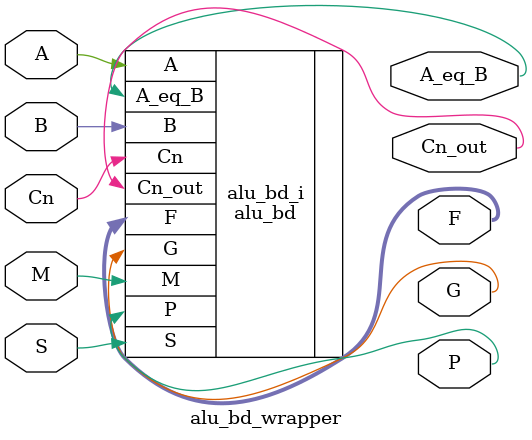
<source format=v>
`timescale 1 ps / 1 ps

module alu_bd_wrapper
   (A,
    A_eq_B,
    B,
    Cn,
    Cn_out,
    F,
    G,
    M,
    P,
    S);
  input A;
  output A_eq_B;
  input B;
  input Cn;
  output Cn_out;
  output [3:0]F;
  output G;
  input M;
  output P;
  input S;

  wire A;
  wire A_eq_B;
  wire B;
  wire Cn;
  wire Cn_out;
  wire [3:0]F;
  wire G;
  wire M;
  wire P;
  wire S;

  alu_bd alu_bd_i
       (.A(A),
        .A_eq_B(A_eq_B),
        .B(B),
        .Cn(Cn),
        .Cn_out(Cn_out),
        .F(F),
        .G(G),
        .M(M),
        .P(P),
        .S(S));
endmodule

</source>
